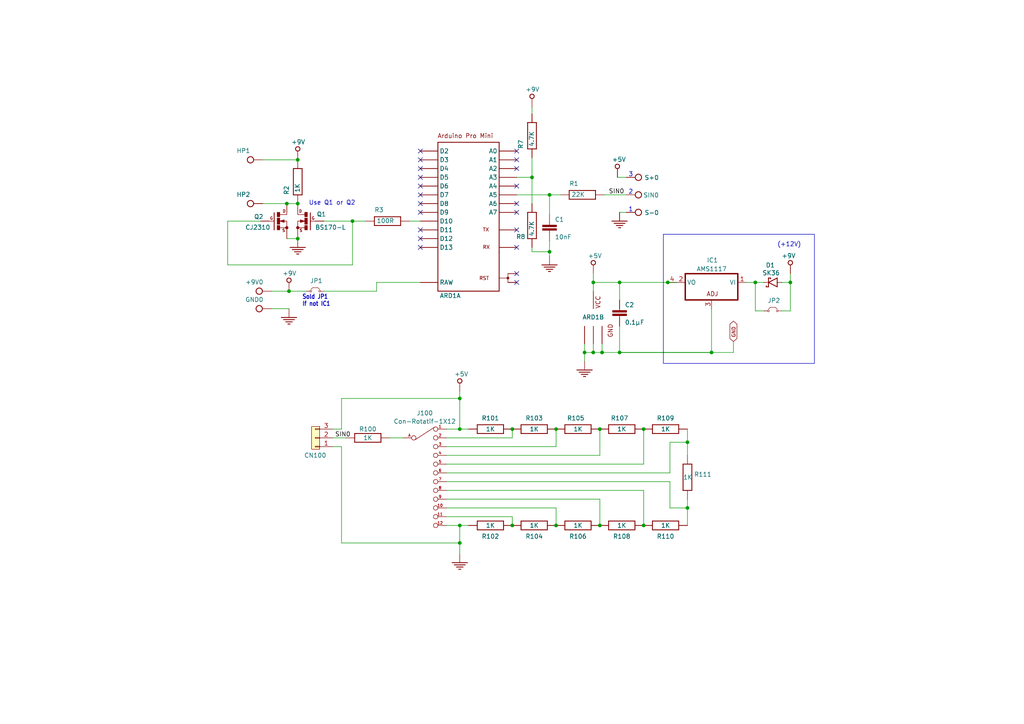
<source format=kicad_sch>
(kicad_sch (version 20230121) (generator eeschema)
  (paper "A4")
  (title_block (title "Tone Generator") (date "03/06/2024") (rev "3") (company "-"))
  (lib_symbols
    (symbol "ToneGenerator_sym:+5V" (power)
      (property "Value" "+5V" (at -1.5875 4.445 0))
      (symbol "+5V_1_0"
        (circle (center 0 3.175) (radius 0.635) (stroke (width 0.254)))
        (pin power_in line (at 0 0 90) (length 2.54) (name "+5V") (number "1"))
      )
    )
    (symbol "ToneGenerator_sym:+9V" (power)
      (property "Value" "+9V" (at -1.905 4.445 0))
      (symbol "+9V_1_0"
        (circle (center 0 3.175) (radius 0.635) (stroke (width 0.254)))
        (pin power_in line (at 0 0 90) (length 2.54) (name "+9V") (number "1"))
      )
    )
    (symbol "ToneGenerator_sym:AMP-01"
      (property "Reference" "CN" (at -2.54 1.905 0))
      (symbol "AMP-01_1_0"
        (circle (center 1.524 0) (radius 0.9158) (stroke (width 0.254)))
        (pin passive line (at 5.08 0 180) (length 2.54) (name "KL") (number "1"))
      )
    )
    (symbol "ToneGenerator_sym:AMS1117"
      (property "Reference" "IC" (at -7.62 8.255 0))
      (symbol "AMS1117_1_0"
        (polyline (pts (xy -7.62 -2.54) (xy 7.62 -2.54)) (stroke (width 0.4064)))
        (polyline (pts (xy -7.62 5.08) (xy -7.62 -2.54)) (stroke (width 0.4064)))
        (polyline (pts (xy 7.62 -2.54) (xy 7.62 5.08)) (stroke (width 0.4064)))
        (polyline (pts (xy 7.62 5.08) (xy -7.62 5.08)) (stroke (width 0.4064)))
        (text "ADJ" (at -2.032 -1.524 0) (effects (font (size 1.27 1.27)) (justify left bottom)))
        (pin input line (at -10.16 2.54 0) (length 2.54) (name "VI") (number "1"))
        (pin passive line (at 10.16 2.54 180) (length 2.54) (name "VO") (number "2"))
        (pin input line (at 0 -5.08 90) (length 2.54) (name "ADJ") (number "3"))
        (pin bidirectional line (at 12.7 2.54 180) (length 2.54) (name "VO1") (number "4"))
      )
    )
    (symbol "ToneGenerator_sym:ARDUINO_PRO_MINI_LT-2"
      (property "Reference" "ARD" (at -0.635 -0.635 0))
      (symbol "ARDUINO_PRO_MINI_LT-2_1_0"
        (polyline (pts (xy -7.62 -22.86) (xy -7.62 20.32)) (stroke (width 0.254)))
        (polyline (pts (xy -7.62 20.32) (xy 10.16 20.32)) (stroke (width 0.254)))
        (polyline (pts (xy 10.16 -22.86) (xy -7.62 -22.86)) (stroke (width 0.254)))
        (polyline (pts (xy 10.16 -19.05) (xy 10.16 -22.86)) (stroke (width 0.254)))
        (polyline (pts (xy 10.16 -11.684) (xy 10.16 -19.05)) (stroke (width 0.254)))
        (polyline (pts (xy 10.16 -11.43) (xy 10.16 -11.684)) (stroke (width 0.15)))
        (polyline (pts (xy 10.16 20.32) (xy 10.16 -11.684)) (stroke (width 0.254)))
        (polyline (pts (xy 12.7 -19.05) (xy 10.16 -19.05)) (stroke (width 0.15)))
        (polyline (pts (xy 12.7 -19.05) (xy 12.7 -20.32)) (stroke (width 0.15)))
        (polyline (pts (xy 12.7 -17.78) (xy 12.7 -19.05)) (stroke (width 0.15)))
        (circle (center 12.7 -19.05) (radius 0.254) (stroke (width 0.254)))
        (text "Arduino Pro Mini" (at -7.747 21.463 0) (effects (font (size 1.27 1.27)) (justify left bottom)))
        (text "RST" (at 4.318 -19.685 0) (effects (font (size 1.016 1.016)) (justify left bottom)))
        (text "RX" (at 5.334 -10.668 0) (effects (font (size 1.016 1.016)) (justify left bottom)))
        (text "TX" (at 5.334 -5.588 0) (effects (font (size 1.016 1.016)) (justify left bottom)))
        (pin bidirectional line (at 15.24 17.78 180) (length 5.08) (name "A0") (number "A0"))
        (pin bidirectional line (at 15.24 15.24 180) (length 5.08) (name "A1") (number "A1"))
        (pin bidirectional line (at 15.24 12.7 180) (length 5.08) (name "A2") (number "A2"))
        (pin bidirectional line (at 15.24 10.16 180) (length 5.08) (name "A3") (number "A3"))
        (pin bidirectional line (at 15.24 7.62 180) (length 5.08) (name "A4") (number "A4"))
        (pin bidirectional line (at 15.24 5.08 180) (length 5.08) (name "A5") (number "A5"))
        (pin bidirectional line (at 15.24 2.54 180) (length 5.08) (name "A6") (number "A6"))
        (pin bidirectional line (at 15.24 0 180) (length 5.08) (name "A7") (number "A7"))
        (pin bidirectional line (at -12.7 -2.54 0) (length 5.08) (name "D10") (number "D10"))
        (pin bidirectional line (at -12.7 -5.08 0) (length 5.08) (name "D11") (number "D11"))
        (pin bidirectional line (at -12.7 -7.62 0) (length 5.08) (name "D12") (number "D12"))
        (pin bidirectional line (at -12.7 -10.16 0) (length 5.08) (name "D13") (number "D13"))
        (pin bidirectional line (at -12.7 17.78 0) (length 5.08) (name "D2") (number "D2"))
        (pin bidirectional line (at -12.7 15.24 0) (length 5.08) (name "D3") (number "D3"))
        (pin bidirectional line (at -12.7 12.7 0) (length 5.08) (name "D4") (number "D4"))
        (pin bidirectional line (at -12.7 10.16 0) (length 5.08) (name "D5") (number "D5"))
        (pin bidirectional line (at -12.7 7.62 0) (length 5.08) (name "D6") (number "D6"))
        (pin bidirectional line (at -12.7 5.08 0) (length 5.08) (name "D7") (number "D7"))
        (pin bidirectional line (at -12.7 2.54 0) (length 5.08) (name "D8") (number "D8"))
        (pin bidirectional line (at -12.7 0 0) (length 5.08) (name "D9") (number "D9"))
        (pin bidirectional line (at -12.7 -20.32 0) (length 5.08) (name "RAW") (number "RAW"))
        (pin bidirectional line (at 15.24 -17.78 180) (length 2.54) (name "RST@1") (number "RST"))
        (pin bidirectional line (at 15.24 -20.32 180) (length 2.54) (name "RST@2") (number "RST@1"))
        (pin bidirectional line (at 15.24 -10.16 180) (length 5.08) (name "RX@1") (number "RX1@1"))
        (pin bidirectional line (at 15.24 -5.08 180) (length 5.08) (name "TX@2") (number "TX@1"))
      )
      (symbol "ARDUINO_PRO_MINI_LT-2_2_0"
        (text "GND" (at 8.255 -5.842 900) (effects (font (size 1.27 1.27)) (justify left bottom)))
        (text "VCC" (at 3.175 6.35 900) (effects (font (size 1.27 1.27)) (justify right top)))
        (pin power_in line (at 0 -7.62 90) (length 5.08) (name "GND") (number "GND"))
        (pin power_in line (at 5.08 -7.62 90) (length 5.08) (name "GND@1") (number "GND@1"))
        (pin power_in line (at 2.54 -7.62 90) (length 5.08) (name "GND@4") (number "GND@4"))
        (pin power_in line (at 2.54 7.62 270) (length 5.08) (name "VCC@2") (number "VCC"))
      )
    )
    (symbol "ToneGenerator_sym:BOR-03GS" (pin_names (offset 1.016) hide)
      (property "Reference" "CN" (at 0 5.08 0))
      (symbol "BOR-03GS_1_1"
        (rectangle (start -1.2954 3.2766) (end 1.0414 -3.302) (fill (type background)))
        (rectangle (start -1.27 -2.413) (end 0 -2.667) (stroke (width 0.1524)))
        (rectangle (start -1.27 0.127) (end 0 -0.127) (stroke (width 0.1524)))
        (rectangle (start -1.27 2.667) (end 0 2.413) (stroke (width 0.1524)))
        (pin passive line (at -5.08 2.54 0) (length 3.81) (name "Pin_1") (number "1"))
        (pin passive line (at -5.08 0 0) (length 3.81) (name "Pin_2") (number "2"))
        (pin passive line (at -5.08 -2.54 0) (length 3.81) (name "Pin_3") (number "3"))
      )
    )
    (symbol "ToneGenerator_sym:BS170-L"
      (property "Reference" "Q" (at 5.08 2.54 0))
      (symbol "BS170-L_1_0"
        (rectangle (start -0.254 -2.54) (end 0.508 -1.27) (fill (type outline)))
        (rectangle (start -0.254 -0.889) (end 0.508 0.889) (fill (type outline)))
        (rectangle (start -0.254 1.27) (end 0.508 2.54) (fill (type outline)))
        (polyline (pts (xy -1.1176 0) (xy -2.54 0)) (stroke (width 0.1524)))
        (polyline (pts (xy -1.1176 0) (xy -1.1176 -2.54)) (stroke (width 0.254)))
        (polyline (pts (xy -1.1176 2.413) (xy -1.1176 0)) (stroke (width 0.254)))
        (polyline (pts (xy 0.508 -1.905) (xy 2.54 -1.905)) (stroke (width 0.1524)))
        (polyline (pts (xy 0.508 0) (xy 1.143 0)) (stroke (width 0.1524)))
        (polyline (pts (xy 0.508 0) (xy 1.778 0.381)) (stroke (width 0.1524)))
        (polyline (pts (xy 1.143 0) (xy 1.651 -0.127)) (stroke (width 0.3048)))
        (polyline (pts (xy 1.143 0) (xy 2.54 0)) (stroke (width 0.1524)))
        (polyline (pts (xy 1.651 0.127) (xy 1.143 0)) (stroke (width 0.3048)))
        (polyline (pts (xy 1.778 -0.381) (xy 0.508 0)) (stroke (width 0.1524)))
        (polyline (pts (xy 1.778 0.381) (xy 1.778 -0.381)) (stroke (width 0.1524)))
        (polyline (pts (xy 2.54 -1.905) (xy 2.54 -2.54)) (stroke (width 0.1524)))
        (polyline (pts (xy 2.54 0) (xy 2.54 -1.905)) (stroke (width 0.1524)))
        (polyline (pts (xy 2.54 1.905) (xy 0.5334 1.905)) (stroke (width 0.1524)))
        (polyline (pts (xy 2.54 2.54) (xy 2.54 1.905)) (stroke (width 0.1524)))
        (circle (center 2.54 -1.905) (radius 0.254) (stroke (width 0.4064)))
        (text "D" (at 1.27 2.413 0) (effects (font (size 0.8128 0.8128)) (justify left bottom)))
        (text "G" (at -2.413 0.381 0) (effects (font (size 0.8128 0.8128)) (justify left bottom)))
        (text "S" (at 1.143 -3.175 0) (effects (font (size 0.8128 0.8128)) (justify left bottom)))
        (pin passive line (at 2.54 5.08 270) (length 2.54) (name "D") (number "D"))
        (pin passive line (at -5.08 0 0) (length 2.54) (name "G") (number "G"))
        (pin passive line (at 2.54 -5.08 90) (length 2.54) (name "S") (number "S"))
      )
    )
    (symbol "ToneGenerator_sym:CAP-SMD-0805"
      (property "Reference" "C" (at 1.524 2.921 0))
      (symbol "CAP-SMD-0805_1_0"
        (rectangle (start -2.032 0.508) (end 2.032 1.016) (fill (type outline)))
        (rectangle (start -2.032 1.524) (end 2.032 2.032) (fill (type outline)))
        (polyline (pts (xy 0 0) (xy 0 0.508)) (stroke (width 0.1524)))
        (polyline (pts (xy 0 2.54) (xy 0 2.032)) (stroke (width 0.1524)))
        (pin passive line (at 0 5.08 270) (length 2.54) (name "1") (number "1"))
        (pin passive line (at 0 -2.54 90) (length 2.54) (name "2") (number "2"))
      )
    )
    (symbol "ToneGenerator_sym:CJ2310"
      (property "Reference" "Q" (at -0.635 3.81 0))
      (symbol "CJ2310_1_0"
        (rectangle (start -0.254 -2.54) (end 0.508 -1.27) (fill (type outline)))
        (rectangle (start -0.254 -0.889) (end 0.508 0.889) (fill (type outline)))
        (rectangle (start -0.254 1.27) (end 0.508 2.54) (fill (type outline)))
        (polyline (pts (xy -1.1176 0) (xy -2.54 0)) (stroke (width 0.1524)))
        (polyline (pts (xy -1.1176 0) (xy -1.1176 -2.54)) (stroke (width 0.254)))
        (polyline (pts (xy -1.1176 2.413) (xy -1.1176 0)) (stroke (width 0.254)))
        (polyline (pts (xy 0.508 -1.905) (xy 2.54 -1.905)) (stroke (width 0.1524)))
        (polyline (pts (xy 0.508 0) (xy 1.143 0)) (stroke (width 0.1524)))
        (polyline (pts (xy 0.508 0) (xy 1.778 0.381)) (stroke (width 0.1524)))
        (polyline (pts (xy 1.143 0) (xy 1.651 -0.127)) (stroke (width 0.3048)))
        (polyline (pts (xy 1.143 0) (xy 2.54 0)) (stroke (width 0.1524)))
        (polyline (pts (xy 1.651 0.127) (xy 1.143 0)) (stroke (width 0.3048)))
        (polyline (pts (xy 1.778 -0.381) (xy 0.508 0)) (stroke (width 0.1524)))
        (polyline (pts (xy 1.778 0.381) (xy 1.778 -0.381)) (stroke (width 0.1524)))
        (polyline (pts (xy 2.54 -1.905) (xy 2.54 -2.54)) (stroke (width 0.1524)))
        (polyline (pts (xy 2.54 0) (xy 2.54 -1.905)) (stroke (width 0.1524)))
        (polyline (pts (xy 2.54 1.905) (xy 0.5334 1.905)) (stroke (width 0.1524)))
        (polyline (pts (xy 2.54 2.54) (xy 2.54 1.905)) (stroke (width 0.1524)))
        (circle (center 2.54 -1.905) (radius 0.254) (stroke (width 0.4064)))
        (text "D" (at 1.27 2.413 0) (effects (font (size 0.8128 0.8128)) (justify left bottom)))
        (text "G" (at -2.413 0.381 0) (effects (font (size 0.8128 0.8128)) (justify left bottom)))
        (text "S" (at 1.143 -3.175 0) (effects (font (size 0.8128 0.8128)) (justify left bottom)))
        (pin passive line (at -5.08 0 0) (length 2.54) (name "G") (number "1"))
        (pin passive line (at 2.54 5.08 270) (length 2.54) (name "D") (number "2"))
        (pin passive line (at 2.54 -5.08 90) (length 2.54) (name "S") (number "3"))
      )
    )
    (symbol "ToneGenerator_sym:Con-Rotatif-1X12" (pin_names (offset 1.016) hide)
      (property "Reference" "J" (at -1.2573 9.2878 0))
      (property "Value" "Con-Rotatif-1X12" (at -1.2573 6.7509 0))
      (symbol "Con-Rotatif-1X12_0_1"
        (polyline (pts (xy -4.0894 1.9812) (xy 1.5748 5.6388)) (stroke (width 0.1524)))
      )
      (symbol "Con-Rotatif-1X12_1_1"
        (pin passive inverted (at 5.08 5.08 180) (length 3.81) (name "1") (number "1"))
        (pin passive inverted (at 5.08 -17.78 180) (length 3.81) (name "10") (number "10"))
        (pin passive inverted (at 5.08 -20.32 180) (length 3.81) (name "11") (number "11"))
        (pin passive inverted (at 5.08 -22.86 180) (length 3.81) (name "12") (number "12"))
        (pin passive inverted (at 5.08 2.54 180) (length 3.81) (name "2") (number "2"))
        (pin passive inverted (at 5.08 0 180) (length 3.81) (name "3") (number "3"))
        (pin passive inverted (at 5.08 -2.54 180) (length 3.81) (name "4") (number "4"))
        (pin passive inverted (at 5.08 -5.08 180) (length 3.81) (name "5") (number "5"))
        (pin passive inverted (at 5.08 -7.62 180) (length 3.81) (name "6") (number "6"))
        (pin passive inverted (at 5.08 -10.16 180) (length 3.81) (name "7") (number "7"))
        (pin passive inverted (at 5.08 -12.7 180) (length 3.81) (name "8") (number "8"))
        (pin passive inverted (at 5.08 -15.24 180) (length 3.81) (name "9") (number "9"))
        (pin passive inverted (at -7.62 2.54 0) (length 3.81) (name "A") (number "A"))
      )
    )
    (symbol "ToneGenerator_sym:GND" (power)
      (property "Value" "GND" (at 3.2385 3.3655 0))
      (symbol "GND_1_0"
        (polyline (pts (xy 0.3175 2.54) (xy 4.7625 2.54)) (stroke (width 0.254)))
        (polyline (pts (xy 0.9525 1.905) (xy 4.1275 1.905)) (stroke (width 0.254)))
        (polyline (pts (xy 1.5875 1.27) (xy 3.4925 1.27)) (stroke (width 0.254)))
        (polyline (pts (xy 2.2225 0.635) (xy 2.8575 0.635)) (stroke (width 0.254)))
        (pin power_in line (at 2.54 5.08 270) (length 2.54) (name "GND") (number "1"))
      )
    )
    (symbol "ToneGenerator_sym:JP1-ARROW_NOPASTE"
      (property "Reference" "JP" (at -4.318 2.032 0))
      (symbol "JP1-ARROW_NOPASTE_1_0"
        (circle (center -1.27 0) (radius 0.254) (stroke (width 0.127)))
        (polyline (pts (xy -1.524 0) (xy -2.54 0)) (stroke (width 0.1524)))
        (polyline (pts (xy -1.27 0.508) (xy -0.762 1.016)) (stroke (width 0.127)))
        (polyline (pts (xy -0.762 1.016) (xy 0.762 1.016)) (stroke (width 0.127)))
        (polyline (pts (xy 0.762 1.016) (xy 1.27 0.508)) (stroke (width 0.127)))
        (polyline (pts (xy 1.524 0) (xy 2.54 0)) (stroke (width 0.127)))
        (circle (center 1.27 0) (radius 0.254) (stroke (width 0.127)))
        (pin passive line (at -2.54 0 0) (length 0) (name "1") (number "1"))
        (pin passive line (at 2.54 0 180) (length 0) (name "2") (number "2"))
      )
    )
    (symbol "ToneGenerator_sym:RES-SMD-0603"
      (property "Reference" "R" (at -2.54 2.54 0))
      (symbol "RES-SMD-0603_1_0"
        (polyline (pts (xy -2.54 -1.27) (xy 5.08 -1.27)) (stroke (width 0.254)))
        (polyline (pts (xy -2.54 1.27) (xy -2.54 -1.27)) (stroke (width 0.254)))
        (polyline (pts (xy 5.08 -1.27) (xy 5.08 1.27)) (stroke (width 0.254)))
        (polyline (pts (xy 5.08 1.27) (xy -2.54 1.27)) (stroke (width 0.254)))
        (pin passive line (at -5.08 0 0) (length 2.54) (name "1") (number "1"))
        (pin passive line (at 7.62 0 180) (length 2.54) (name "2") (number "2"))
      )
    )
    (symbol "ToneGenerator_sym:RES-SMD-0805"
      (property "Reference" "R" (at -2.54 2.54 0))
      (symbol "RES-SMD-0805_1_0"
        (polyline (pts (xy -2.54 -1.27) (xy 5.08 -1.27)) (stroke (width 0.254)))
        (polyline (pts (xy -2.54 1.27) (xy -2.54 -1.27)) (stroke (width 0.254)))
        (polyline (pts (xy 5.08 -1.27) (xy 5.08 1.27)) (stroke (width 0.254)))
        (polyline (pts (xy 5.08 1.27) (xy -2.54 1.27)) (stroke (width 0.254)))
        (pin passive line (at -5.08 0 0) (length 2.54) (name "1") (number "1"))
        (pin passive line (at 7.62 0 180) (length 2.54) (name "2") (number "2"))
      )
    )
    (symbol "ToneGenerator_sym:SCHOTTKY-SK36"
      (property "Reference" "D" (at -4.064 2.159 0))
      (symbol "SCHOTTKY-SK36_1_0"
        (polyline (pts (xy -2.54 0) (xy -1.27 0)) (stroke (width 0.1524)))
        (polyline (pts (xy -1.27 -1.27) (xy 1.27 0)) (stroke (width 0.254)))
        (polyline (pts (xy -1.27 0) (xy -1.27 -1.27)) (stroke (width 0.254)))
        (polyline (pts (xy -1.27 1.27) (xy -1.27 0)) (stroke (width 0.254)))
        (polyline (pts (xy 0.635 -1.016) (xy 0.635 -1.27)) (stroke (width 0.254)))
        (polyline (pts (xy 1.27 -1.27) (xy 0.635 -1.27)) (stroke (width 0.254)))
        (polyline (pts (xy 1.27 0) (xy -1.27 1.27)) (stroke (width 0.254)))
        (polyline (pts (xy 1.27 0) (xy 1.27 -1.27)) (stroke (width 0.254)))
        (polyline (pts (xy 1.27 1.27) (xy 1.27 0)) (stroke (width 0.254)))
        (polyline (pts (xy 1.905 1.27) (xy 1.27 1.27)) (stroke (width 0.254)))
        (polyline (pts (xy 1.905 1.27) (xy 1.905 1.016)) (stroke (width 0.254)))
        (polyline (pts (xy 2.54 0) (xy 1.27 0)) (stroke (width 0.1524)))
        (pin passive line (at -2.54 0 0) (length 0) (name "A") (number "A"))
        (pin passive line (at 2.54 0 180) (length 0) (name "K") (number "C"))
      )
    )
  )
  (junction (at 199.39 147.32))
  (junction (at 148.59 124.46))
  (junction (at 229.235 81.915))
  (junction (at 159.385 73.025))
  (junction (at 193.675 81.915))
  (junction (at 199.39 128.27))
  (junction (at 179.705 81.915))
  (junction (at 174.625 102.235))
  (junction (at 206.375 102.235))
  (junction (at 148.59 152.4))
  (junction (at 133.35 124.46))
  (junction (at 172.085 81.915))
  (junction (at 86.36 59.055))
  (junction (at 133.35 157.48))
  (junction (at 133.35 115.57))
  (junction (at 102.235 64.135))
  (junction (at 173.99 124.46))
  (junction (at 161.29 124.46))
  (junction (at 219.075 81.915))
  (junction (at 169.545 102.235))
  (junction (at 186.69 152.4))
  (junction (at 86.36 46.355))
  (junction (at 86.36 69.215))
  (junction (at 83.82 84.455))
  (junction (at 179.705 102.235))
  (junction (at 154.305 51.435))
  (junction (at 186.69 124.46))
  (junction (at 133.35 152.4))
  (junction (at 159.385 56.515))
  (junction (at 83.185 59.055))
  (junction (at 172.085 102.235))
  (junction (at 173.99 152.4))
  (junction (at 161.29 152.4))
  (no_connect (at 121.92 71.755))
  (no_connect (at 121.92 46.355))
  (no_connect (at 121.92 59.055))
  (no_connect (at 121.92 53.975))
  (no_connect (at 149.86 48.895))
  (no_connect (at 121.92 61.595))
  (no_connect (at 149.86 53.975))
  (no_connect (at 121.92 56.515))
  (no_connect (at 121.92 48.895))
  (no_connect (at 149.86 71.755))
  (no_connect (at 121.92 43.815))
  (no_connect (at 149.86 66.675))
  (no_connect (at 149.86 46.355))
  (no_connect (at 121.92 69.215))
  (no_connect (at 149.86 81.915))
  (no_connect (at 149.86 79.375))
  (no_connect (at 149.86 43.815))
  (no_connect (at 149.86 59.055))
  (no_connect (at 121.92 66.675))
  (no_connect (at 121.92 51.435))
  (no_connect (at 149.86 61.595))
  (wire (pts (xy 154.305 72.39) (xy 154.305 73.025)))
  (wire (pts (xy 93.98 64.135) (xy 102.235 64.135)) (stroke (width 0.1524)))
  (wire (pts (xy 129.54 147.32) (xy 161.29 147.32)))
  (wire (pts (xy 66.04 64.135) (xy 66.04 76.835)))
  (wire (pts (xy 174.625 99.695) (xy 174.625 102.235)))
  (wire (pts (xy 219.075 90.17) (xy 221.615 90.17)))
  (wire (pts (xy 113.03 127) (xy 116.84 127)))
  (wire (pts (xy 229.235 81.915) (xy 229.235 86.995)) (stroke (width 0.1524)))
  (wire (pts (xy 96.52 124.46) (xy 99.06 124.46)))
  (wire (pts (xy 154.305 45.72) (xy 154.305 51.435)) (stroke (width 0.1524)))
  (wire (pts (xy 129.54 137.16) (xy 194.31 137.16)))
  (wire (pts (xy 175.26 56.515) (xy 181.61 56.515)) (stroke (width 0.1524)))
  (wire (pts (xy 199.39 128.27) (xy 199.39 124.46)))
  (wire (pts (xy 133.35 113.665) (xy 133.35 115.57)))
  (wire (pts (xy 148.59 149.86) (xy 148.59 152.4)))
  (wire (pts (xy 83.82 84.455) (xy 88.9 84.455)) (stroke (width 0.1524)))
  (wire (pts (xy 172.085 102.235) (xy 174.625 102.235)) (stroke (width 0.1524)))
  (wire (pts (xy 159.385 69.85) (xy 159.385 73.025)) (stroke (width 0.1524)))
  (wire (pts (xy 76.2 46.355) (xy 86.36 46.355)) (stroke (width 0.1524)))
  (wire (pts (xy 133.35 152.4) (xy 135.89 152.4)))
  (wire (pts (xy 179.705 102.235) (xy 206.375 102.235)) (stroke (width 0.1524)))
  (wire (pts (xy 216.535 81.915) (xy 219.075 81.915)) (stroke (width 0.1524)))
  (wire (pts (xy 169.545 102.235) (xy 172.085 102.235)) (stroke (width 0.1524)))
  (wire (pts (xy 78.74 84.455) (xy 83.82 84.455)) (stroke (width 0.1524)))
  (wire (pts (xy 83.185 69.215) (xy 86.36 69.215)) (stroke (width 0.1524)))
  (wire (pts (xy 226.695 81.915) (xy 229.235 81.915)) (stroke (width 0.1524)))
  (wire (pts (xy 169.545 104.775) (xy 169.545 102.235)) (stroke (width 0.1524)))
  (wire (pts (xy 129.54 129.54) (xy 161.29 129.54)))
  (wire (pts (xy 172.085 79.375) (xy 172.085 81.915)) (stroke (width 0.1524)))
  (wire (pts (xy 219.075 86.995) (xy 219.075 81.915)) (stroke (width 0.1524)))
  (wire (pts (xy 129.54 142.24) (xy 186.69 142.24)))
  (wire (pts (xy 199.39 128.27) (xy 199.39 132.08)))
  (wire (pts (xy 186.69 142.24) (xy 186.69 152.4)))
  (wire (pts (xy 99.06 124.46) (xy 99.06 115.57)))
  (wire (pts (xy 212.725 102.235) (xy 206.375 102.235)))
  (wire (pts (xy 229.235 79.375) (xy 229.235 81.915)) (stroke (width 0.1524)))
  (wire (pts (xy 129.54 149.86) (xy 148.59 149.86)))
  (wire (pts (xy 129.54 124.46) (xy 133.35 124.46)))
  (wire (pts (xy 118.745 64.135) (xy 121.92 64.135)) (stroke (width 0.1524)))
  (wire (pts (xy 109.22 81.915) (xy 121.92 81.915)) (stroke (width 0.1524)))
  (wire (pts (xy 154.305 73.025) (xy 159.385 73.025)))
  (wire (pts (xy 76.2 59.055) (xy 83.185 59.055)) (stroke (width 0.1524)))
  (wire (pts (xy 179.705 81.915) (xy 193.675 81.915)))
  (wire (pts (xy 179.705 81.915) (xy 172.085 81.915)) (stroke (width 0.1524)))
  (wire (pts (xy 194.31 139.7) (xy 194.31 147.32)))
  (wire (pts (xy 169.545 102.235) (xy 169.545 99.695)) (stroke (width 0.1524)))
  (wire (pts (xy 154.305 59.055) (xy 154.305 51.435)) (stroke (width 0.1524)))
  (wire (pts (xy 186.69 134.62) (xy 186.69 124.46)))
  (wire (pts (xy 179.705 86.995) (xy 179.705 81.915)) (stroke (width 0.1524)))
  (wire (pts (xy 129.54 127) (xy 148.59 127)))
  (wire (pts (xy 174.625 102.235) (xy 179.705 102.235)) (stroke (width 0.1524)))
  (wire (pts (xy 102.235 64.135) (xy 106.045 64.135)) (stroke (width 0.1524)))
  (wire (pts (xy 179.705 102.235) (xy 206.375 102.235)))
  (wire (pts (xy 194.31 147.32) (xy 199.39 147.32)))
  (wire (pts (xy 148.59 127) (xy 148.59 124.46)))
  (wire (pts (xy 193.675 81.915) (xy 196.215 81.915)))
  (wire (pts (xy 229.235 90.17) (xy 229.235 86.995)))
  (wire (pts (xy 133.35 115.57) (xy 133.35 124.46)))
  (wire (pts (xy 161.29 129.54) (xy 161.29 124.46)))
  (wire (pts (xy 219.075 81.915) (xy 221.615 81.915)) (stroke (width 0.1524)))
  (wire (pts (xy 96.52 127) (xy 100.33 127)))
  (wire (pts (xy 129.54 144.78) (xy 173.99 144.78)))
  (wire (pts (xy 194.31 137.16) (xy 194.31 128.27)))
  (wire (pts (xy 179.705 94.615) (xy 179.705 102.235)) (stroke (width 0.1524)))
  (wire (pts (xy 99.06 157.48) (xy 133.35 157.48)))
  (wire (pts (xy 219.075 86.995) (xy 219.075 90.17)))
  (wire (pts (xy 179.705 61.595) (xy 181.61 61.595)) (stroke (width 0.1524)))
  (wire (pts (xy 159.385 73.025) (xy 159.385 74.295)) (stroke (width 0.1524)))
  (wire (pts (xy 159.385 56.515) (xy 159.385 62.23)) (stroke (width 0.1524)))
  (wire (pts (xy 75.565 64.135) (xy 66.04 64.135)))
  (wire (pts (xy 109.22 84.455) (xy 109.22 81.915)) (stroke (width 0.1524)))
  (wire (pts (xy 83.185 59.055) (xy 86.36 59.055)) (stroke (width 0.1524)))
  (wire (pts (xy 129.54 134.62) (xy 186.69 134.62)))
  (wire (pts (xy 173.99 132.08) (xy 173.99 124.46)))
  (wire (pts (xy 133.35 157.48) (xy 133.35 152.4)))
  (wire (pts (xy 173.99 144.78) (xy 173.99 152.4)))
  (wire (pts (xy 206.375 89.535) (xy 206.375 102.235)) (stroke (width 0.1524)))
  (wire (pts (xy 159.385 56.515) (xy 162.56 56.515)) (stroke (width 0.1524)))
  (wire (pts (xy 226.695 90.17) (xy 229.235 90.17)))
  (wire (pts (xy 129.54 152.4) (xy 133.35 152.4)))
  (wire (pts (xy 133.35 124.46) (xy 135.89 124.46)))
  (wire (pts (xy 149.86 56.515) (xy 159.385 56.515)) (stroke (width 0.1524)))
  (wire (pts (xy 78.74 89.535) (xy 83.82 89.535)) (stroke (width 0.1524)))
  (wire (pts (xy 212.725 99.06) (xy 212.725 102.235)))
  (wire (pts (xy 149.86 51.435) (xy 154.305 51.435)) (stroke (width 0.1524)))
  (wire (pts (xy 93.98 84.455) (xy 109.22 84.455)) (stroke (width 0.1524)))
  (wire (pts (xy 66.04 76.835) (xy 102.235 76.835)))
  (wire (pts (xy 99.06 129.54) (xy 99.06 157.48)))
  (wire (pts (xy 172.085 99.695) (xy 172.085 102.235)))
  (wire (pts (xy 179.07 51.435) (xy 181.61 51.435)) (stroke (width 0.1524)))
  (wire (pts (xy 96.52 129.54) (xy 99.06 129.54)))
  (wire (pts (xy 161.29 147.32) (xy 161.29 152.4)))
  (wire (pts (xy 154.305 72.39) (xy 154.305 71.755)) (stroke (width 0.1524)))
  (wire (pts (xy 172.085 102.235) (xy 171.45 102.235)))
  (wire (pts (xy 99.06 115.57) (xy 133.35 115.57)))
  (wire (pts (xy 102.235 64.135) (xy 102.235 76.835)))
  (wire (pts (xy 129.54 139.7) (xy 194.31 139.7)))
  (wire (pts (xy 133.35 157.48) (xy 133.35 160.655)))
  (wire (pts (xy 199.39 147.32) (xy 199.39 152.4)))
  (wire (pts (xy 194.31 128.27) (xy 199.39 128.27)))
  (wire (pts (xy 172.085 84.455) (xy 172.085 81.915)) (stroke (width 0.1524)))
  (wire (pts (xy 129.54 132.08) (xy 173.99 132.08)))
  (wire (pts (xy 154.305 31.115) (xy 154.305 33.02)))
  (wire (pts (xy 199.39 147.32) (xy 199.39 144.78)))
  (rectangle (start 192.405 67.945) (end 236.22 105.41))
  (text "3" (at 182.245 51.435 0) (effects (font (size 1.27 1.27)) (justify left bottom)))
  (text "Sold JP1\nIf not IC1" (at 87.63 89.027 0) (effects (font (size 1.27 1.0795) (thickness 0.2159) bold) (justify left bottom)))
  (text "(+12V)" (at 225.425 71.755 0) (effects (font (size 1.27 1.27)) (justify left bottom)))
  (text "Use Q1 or Q2" (at 89.535 59.69 0) (effects (font (size 1.27 1.27)) (justify left bottom)))
  (text "2" (at 182.245 56.515 0) (effects (font (size 1.27 1.27)) (justify left bottom)))
  (text "1" (at 182.245 61.595 0) (effects (font (size 1.27 1.27)) (justify left bottom)))
  (label "SIN0" (at 97.155 127 0))
  (label "SIN0" (at 176.53 56.515 0))
  (global_label "GND" (shape bidirectional) (at 212.725 99.06 90) (effects (font (size 1.016 1.016))) (property "Intersheetrefs" "${INTERSHEET_REFS}" (effects hide)))
  (symbol (lib_id "ToneGenerator_sym:AMP-01") (at 186.69 51.435 180) (unit 1)
    (property "Reference" "S+0" (at 191.135 50.8 0) (effects (justify left bottom)))
    (property "Value" "AMP-01" (effects hide))
    (property "Footprint" "ToneGenerator:W1" (effects hide))
  )
  (symbol (lib_id "ToneGenerator_sym:GND") (at 81.28 94.615 0) (unit 1)
    (property "Reference" "#SUPPLY05" (effects hide))
    (property "Value" "GND" (effects hide))
  )
  (symbol (lib_id "ToneGenerator_sym:RES-SMD-0805") (at 191.77 124.46 0) (unit 1)
    (property "Reference" "R109" (at 193.04 121.285 0))
    (property "Value" "1K" (at 193.04 124.46 0))
    (property "Footprint" "ToneGenerator:0805" (effects hide))
  )
  (symbol (lib_id "ToneGenerator_sym:RES-SMD-0805") (at 199.39 139.7 90) (unit 1)
    (property "Reference" "R111" (at 201.295 137.5953 90) (effects (justify right)))
    (property "Value" "1K" (at 198.12 138.43 90) (effects (justify right)))
    (property "Footprint" "ToneGenerator:0805" (effects hide))
  )
  (symbol (lib_id "ToneGenerator_sym:JP1-ARROW_NOPASTE") (at 224.155 90.17 0) (unit 1)
    (property "Reference" "JP2" (at 222.631 87.884 0) (effects (justify left bottom)))
    (property "Value" "JP1-ARROW_NOPASTE" (effects hide))
    (property "Footprint" "ToneGenerator:SOLDERJUMPER_ARROW_NOPASTE" (effects hide))
  )
  (symbol (lib_id "ToneGenerator_sym:RES-SMD-0805") (at 191.77 152.4 0) (unit 1)
    (property "Reference" "R110" (at 193.04 155.575 0))
    (property "Value" "1K" (at 193.04 152.4 0))
    (property "Footprint" "ToneGenerator:0805" (effects hide))
  )
  (symbol (lib_id "ToneGenerator_sym:GND") (at 130.81 165.735 0) (unit 1)
    (property "Reference" "#SUPPLY06" (effects hide))
    (property "Value" "GND" (effects hide))
  )
  (symbol (lib_id "ToneGenerator_sym:RES-SMD-0805") (at 153.67 152.4 0) (unit 1)
    (property "Reference" "R104" (at 154.94 155.575 0))
    (property "Value" "1K" (at 154.94 152.4 0))
    (property "Footprint" "ToneGenerator:0805" (effects hide))
  )
  (symbol (lib_id "ToneGenerator_sym:RES-SMD-0603") (at 154.305 66.675 90) (unit 1)
    (property "Reference" "R8" (at 152.4 67.945 90) (effects (justify left bottom)))
    (property "Value" "4.7K" (at 154.94 68.58 0) (effects (justify left bottom)))
    (property "Footprint" "ToneGenerator:0805" (effects hide))
  )
  (symbol (lib_id "ToneGenerator_sym:RES-SMD-0805") (at 86.36 53.975 90) (unit 1)
    (property "Reference" "R2" (at 83.82 56.515 0) (effects (justify left bottom)))
    (property "Value" "1K" (at 86.995 55.88 0) (effects (justify left bottom)))
    (property "Footprint" "ToneGenerator:0603" (effects hide))
  )
  (symbol (lib_id "ToneGenerator_sym:GND") (at 83.82 74.295 0) (unit 1)
    (property "Reference" "#SUPPLY03" (effects hide))
    (property "Value" "GND" (effects hide))
  )
  (symbol (lib_id "ToneGenerator_sym:+9V") (at 86.36 46.355 0) (unit 1)
    (property "Reference" "#V-9V02" (effects hide))
    (property "Value" "+9V" (at 84.455 41.91 0) (effects (justify left bottom)))
  )
  (symbol (lib_id "ToneGenerator_sym:BS170-L") (at 88.9 64.135 0) (mirror y) (unit 1)
    (property "Reference" "Q1" (at 94.615 62.865 0) (effects (justify left bottom)))
    (property "Value" "BS170-L" (at 100.33 66.675 0) (effects (justify left bottom)))
    (property "Footprint" "ToneGenerator:SOT54E-L" (effects hide))
  )
  (symbol (lib_id "ToneGenerator_sym:ARDUINO_PRO_MINI_LT-2") (at 169.545 92.075 0) (unit 2)
    (property "Reference" "ARD1" (at 168.91 92.71 0) (effects (justify left bottom)))
    (property "Value" "ARDUINO_PRO_MINI_LT-2" (effects hide))
    (property "Footprint" "ToneGenerator:ARDUINO_PRO_MINI_V2_LT" (effects hide))
  )
  (symbol (lib_id "ToneGenerator_sym:RES-SMD-0805") (at 167.64 56.515 0) (unit 1)
    (property "Reference" "R1" (at 165.1 53.975 0) (effects (justify left bottom)))
    (property "Value" "22K" (at 165.735 57.15 0) (effects (justify left bottom)))
    (property "Footprint" "ToneGenerator:0805" (effects hide))
  )
  (symbol (lib_id "ToneGenerator_sym:AMP-01") (at 186.69 61.595 180) (unit 1)
    (property "Reference" "S-0" (at 191.135 60.96 0) (effects (justify left bottom)))
    (property "Value" "AMP-01" (effects hide))
    (property "Footprint" "ToneGenerator:W1" (effects hide))
  )
  (symbol (lib_id "ToneGenerator_sym:GND") (at 177.165 66.675 0) (unit 1)
    (property "Reference" "#SUPPLY04" (effects hide))
    (property "Value" "GND" (effects hide))
  )
  (symbol (lib_id "ToneGenerator_sym:+9V") (at 83.82 84.455 0) (unit 1)
    (property "Reference" "#V-9V01" (effects hide))
    (property "Value" "+9V" (at 81.915 80.01 0) (effects (justify left bottom)))
  )
  (symbol (lib_id "ToneGenerator_sym:JP1-ARROW_NOPASTE") (at 91.44 84.455 0) (unit 1)
    (property "Reference" "JP1" (at 89.916 82.169 0) (effects (justify left bottom)))
    (property "Value" "JP1-ARROW_NOPASTE" (effects hide))
    (property "Footprint" "ToneGenerator:SOLDERJUMPER_ARROW_NOPASTE" (effects hide))
  )
  (symbol (lib_id "ToneGenerator_sym:RES-SMD-0805") (at 179.07 124.46 0) (unit 1)
    (property "Reference" "R107" (at 179.705 121.285 0))
    (property "Value" "1K" (at 180.34 124.46 0))
    (property "Footprint" "ToneGenerator:0805" (effects hide))
  )
  (symbol (lib_id "ToneGenerator_sym:ARDUINO_PRO_MINI_LT-2") (at 134.62 61.595 0) (unit 1)
    (property "Reference" "ARD1" (at 127.508 86.487 0) (effects (justify left bottom)))
    (property "Value" "ARDUINO_PRO_MINI_LT-2" (effects hide))
    (property "Footprint" "ToneGenerator:ARDUINO_PRO_MINI_V2_LT" (effects hide))
  )
  (symbol (lib_id "ToneGenerator_sym:SCHOTTKY-SK36") (at 224.155 81.915 180) (unit 1)
    (property "Reference" "D1" (at 224.79 76.2 0) (effects (justify left bottom)))
    (property "Value" "SK36" (at 226.2261 78.4371 0) (effects (justify left bottom)))
    (property "Footprint" "ToneGenerator:DO214AA" (effects hide))
  )
  (symbol (lib_id "ToneGenerator_sym:RES-SMD-0805") (at 140.97 124.46 0) (unit 1)
    (property "Reference" "R101" (at 142.24 121.285 0))
    (property "Value" "1K" (at 142.24 124.46 0))
    (property "Footprint" "ToneGenerator:0805" (effects hide))
  )
  (symbol (lib_id "ToneGenerator_sym:RES-SMD-0805") (at 107.95 127 180) (unit 1)
    (property "Reference" "R100" (at 106.68 124.46 0))
    (property "Value" "1K" (at 106.68 127 0))
    (property "Footprint" "ToneGenerator:0805" (effects hide))
  )
  (symbol (lib_id "ToneGenerator_sym:RES-SMD-0805") (at 179.07 152.4 0) (unit 1)
    (property "Reference" "R108" (at 180.34 155.575 0))
    (property "Value" "1K" (at 180.34 152.4 0))
    (property "Footprint" "ToneGenerator:0805" (effects hide))
  )
  (symbol (lib_id "ToneGenerator_sym:AMP-01") (at 73.66 89.535 0) (unit 1)
    (property "Reference" "GND0" (at 71.12 87.63 0) (effects (justify left bottom)))
    (property "Value" "AMP-01" (effects hide))
    (property "Footprint" "ToneGenerator:W1" (effects hide))
  )
  (symbol (lib_id "ToneGenerator_sym:+9V") (at 229.235 79.375 0) (unit 1)
    (property "Reference" "#V-9V03" (effects hide))
    (property "Value" "+9V" (at 226.695 74.93 0) (effects (justify left bottom)))
  )
  (symbol (lib_id "ToneGenerator_sym:+5V") (at 133.35 113.665 0) (unit 1)
    (property "Reference" "#VCC03" (effects hide))
    (property "Value" "+5V" (at 131.7625 109.22 0) (effects (justify left bottom)))
  )
  (symbol (lib_id "ToneGenerator_sym:BOR-03GS") (at 91.44 127 180) (unit 1)
    (property "Reference" "CN100" (at 91.44 132.08 0))
    (property "Value" "IN" (effects hide))
    (property "Footprint" "ToneGenerator:W3X" (effects hide))
  )
  (symbol (lib_id "ToneGenerator_sym:+5V") (at 179.07 51.435 0) (unit 1)
    (property "Reference" "#VCC02" (effects hide))
    (property "Value" "+5V" (at 177.4825 46.99 0) (effects (justify left bottom)))
  )
  (symbol (lib_id "ToneGenerator_sym:AMP-01") (at 186.69 56.515 180) (unit 1)
    (property "Reference" "SIN0" (at 191.135 55.88 0) (effects (justify left bottom)))
    (property "Value" "AMP-01" (effects hide))
    (property "Footprint" "ToneGenerator:W1" (effects hide))
  )
  (symbol (lib_id "ToneGenerator_sym:CJ2310") (at 80.645 64.135 0) (unit 1)
    (property "Reference" "Q2" (at 73.66 62.865 0) (effects (justify left)))
    (property "Value" "CJ2310" (at 71.12 66.675 0) (effects (justify left bottom)))
    (property "Footprint" "ToneGenerator:SOT-23_Handsoldering" (effects hide))
  )
  (symbol (lib_id "ToneGenerator_sym:RES-SMD-0603") (at 154.305 40.64 90) (unit 1)
    (property "Reference" "R7" (at 151.765 43.18 0) (effects (justify left bottom)))
    (property "Value" "4.7K" (at 154.94 42.545 0) (effects (justify left bottom)))
    (property "Footprint" "ToneGenerator:0805" (effects hide))
  )
  (symbol (lib_id "ToneGenerator_sym:AMS1117") (at 206.375 84.455 0) (mirror y) (unit 1)
    (property "Reference" "IC1" (at 208.28 76.2 0) (effects (justify left bottom)))
    (property "Value" "AMS1117" (at 210.82 78.74 0) (effects (justify left bottom)))
    (property "Footprint" "ToneGenerator:SOT-223" (effects hide))
  )
  (symbol (lib_id "ToneGenerator_sym:RES-SMD-0805") (at 166.37 124.46 0) (unit 1)
    (property "Reference" "R105" (at 167.005 121.285 0))
    (property "Value" "1K" (at 167.64 124.46 0))
    (property "Footprint" "ToneGenerator:0805" (effects hide))
  )
  (symbol (lib_id "ToneGenerator_sym:+5V") (at 172.085 79.375 0) (unit 1)
    (property "Reference" "#VCC01" (effects hide))
    (property "Value" "+5V" (at 170.4975 74.93 0) (effects (justify left bottom)))
  )
  (symbol (lib_id "ToneGenerator_sym:RES-SMD-0805") (at 111.125 64.135 0) (unit 1)
    (property "Reference" "R3" (at 108.585 61.595 0) (effects (justify left bottom)))
    (property "Value" "100R" (at 109.22 64.77 0) (effects (justify left bottom)))
    (property "Footprint" "ToneGenerator:0603" (effects hide))
  )
  (symbol (lib_id "ToneGenerator_sym:CAP-SMD-0805") (at 179.705 92.075 0) (unit 1)
    (property "Reference" "C2" (at 181.229 89.154 0) (effects (justify left bottom)))
    (property "Value" "0.1µF" (at 181.229 94.234 0) (effects (justify left bottom)))
    (property "Footprint" "ToneGenerator:0805" (effects hide))
  )
  (symbol (lib_id "ToneGenerator_sym:+9V") (at 154.305 31.115 0) (unit 1)
    (property "Reference" "#V-9V04" (effects hide))
    (property "Value" "+9V" (at 152.4 26.67 0) (effects (justify left bottom)))
  )
  (symbol (lib_id "ToneGenerator_sym:AMP-01") (at 71.12 59.055 0) (unit 1)
    (property "Reference" "HP2" (at 68.58 57.15 0) (effects (justify left bottom)))
    (property "Value" "AMP-01" (effects hide))
    (property "Footprint" "ToneGenerator:W1" (effects hide))
  )
  (symbol (lib_id "ToneGenerator_sym:CAP-SMD-0805") (at 159.385 67.31 0) (unit 1)
    (property "Reference" "C1" (at 160.909 64.389 0) (effects (justify left bottom)))
    (property "Value" "10nF" (at 160.909 69.469 0) (effects (justify left bottom)))
    (property "Footprint" "ToneGenerator:0805" (effects hide))
  )
  (symbol (lib_id "ToneGenerator_sym:Con-Rotatif-1X12") (at 124.46 129.54 0) (unit 1)
    (property "Reference" "J100" (at 123.2027 119.8077 0))
    (property "Value" "Con-Rotatif-1X12" (at 123.2027 122.2319 0))
    (property "Footprint" "ToneGenerator:RS26-1P12T" (effects hide))
  )
  (symbol (lib_id "ToneGenerator_sym:RES-SMD-0805") (at 140.97 152.4 0) (unit 1)
    (property "Reference" "R102" (at 142.24 155.575 0))
    (property "Value" "1K" (at 142.24 152.4 0))
    (property "Footprint" "ToneGenerator:0805" (effects hide))
  )
  (symbol (lib_id "ToneGenerator_sym:GND") (at 167.005 109.855 0) (unit 1)
    (property "Reference" "#SUPPLY02" (effects hide))
    (property "Value" "GND" (effects hide))
  )
  (symbol (lib_id "ToneGenerator_sym:AMP-01") (at 71.12 46.355 0) (unit 1)
    (property "Reference" "HP1" (at 68.58 44.45 0) (effects (justify left bottom)))
    (property "Value" "AMP-01" (effects hide))
    (property "Footprint" "ToneGenerator:W1" (effects hide))
  )
  (symbol (lib_id "ToneGenerator_sym:RES-SMD-0805") (at 153.67 124.46 0) (unit 1)
    (property "Reference" "R103" (at 154.94 121.285 0))
    (property "Value" "1K" (at 154.94 124.46 0))
    (property "Footprint" "ToneGenerator:0805" (effects hide))
  )
  (symbol (lib_id "ToneGenerator_sym:GND") (at 156.845 79.375 0) (unit 1)
    (property "Reference" "#SUPPLY01" (effects hide))
    (property "Value" "GND" (effects hide))
  )
  (symbol (lib_id "ToneGenerator_sym:RES-SMD-0805") (at 166.37 152.4 0) (unit 1)
    (property "Reference" "R106" (at 167.64 155.575 0))
    (property "Value" "1K" (at 167.64 152.4 0))
    (property "Footprint" "ToneGenerator:0805" (effects hide))
  )
  (symbol (lib_id "ToneGenerator_sym:AMP-01") (at 73.66 84.455 0) (unit 1)
    (property "Reference" "+9V0" (at 71.12 82.55 0) (effects (justify left bottom)))
    (property "Value" "AMP-01" (effects hide))
    (property "Footprint" "ToneGenerator:W1" (effects hide))
  )
)
</source>
